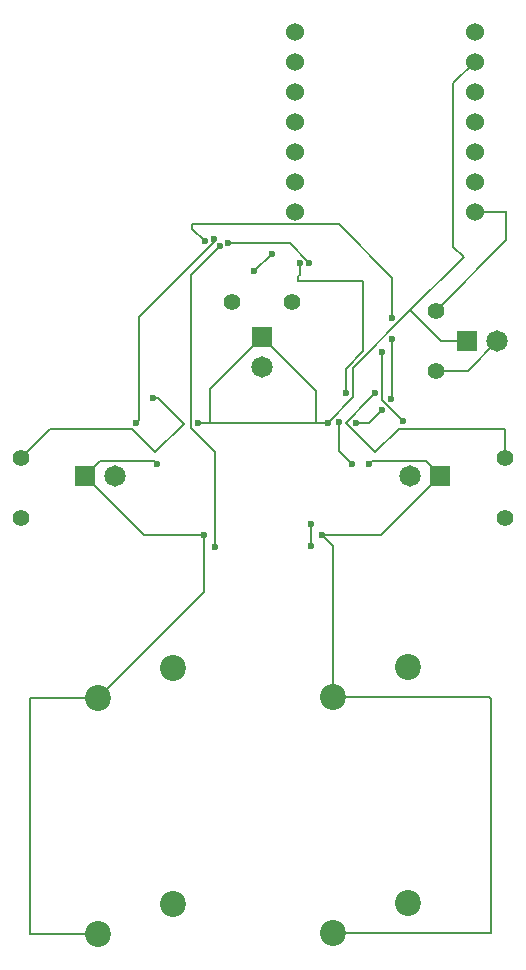
<source format=gbr>
%TF.GenerationSoftware,KiCad,Pcbnew,9.0.2*%
%TF.CreationDate,2025-06-30T11:25:01-04:00*%
%TF.ProjectId,magi_controller,6d616769-5f63-46f6-9e74-726f6c6c6572,rev?*%
%TF.SameCoordinates,Original*%
%TF.FileFunction,Copper,L2,Bot*%
%TF.FilePolarity,Positive*%
%FSLAX46Y46*%
G04 Gerber Fmt 4.6, Leading zero omitted, Abs format (unit mm)*
G04 Created by KiCad (PCBNEW 9.0.2) date 2025-06-30 11:25:01*
%MOMM*%
%LPD*%
G01*
G04 APERTURE LIST*
%TA.AperFunction,ComponentPad*%
%ADD10C,1.400000*%
%TD*%
%TA.AperFunction,ComponentPad*%
%ADD11C,2.200000*%
%TD*%
%TA.AperFunction,ComponentPad*%
%ADD12C,1.815000*%
%TD*%
%TA.AperFunction,ComponentPad*%
%ADD13R,1.815000X1.815000*%
%TD*%
%TA.AperFunction,ComponentPad*%
%ADD14C,1.524000*%
%TD*%
%TA.AperFunction,ViaPad*%
%ADD15C,0.600000*%
%TD*%
%TA.AperFunction,Conductor*%
%ADD16C,0.200000*%
%TD*%
G04 APERTURE END LIST*
D10*
%TO.P,R1,1*%
%TO.N,Net-(D1-PadA)*%
X209000000Y-81540000D03*
%TO.P,R1,2*%
%TO.N,led1*%
X209000000Y-76460000D03*
%TD*%
D11*
%TO.P,SW3,1,1*%
%TO.N,button3*%
X180910000Y-114250000D03*
%TO.P,SW3,2,2*%
%TO.N,GND*%
X174560000Y-116790000D03*
%TD*%
D12*
%TO.P,D1,A*%
%TO.N,Net-(D1-PadA)*%
X200960000Y-78000000D03*
D13*
%TO.P,D1,C*%
%TO.N,GND*%
X203500000Y-78000000D03*
%TD*%
D11*
%TO.P,SW1,1,1*%
%TO.N,button1*%
X180910000Y-94250000D03*
%TO.P,SW1,2,2*%
%TO.N,GND*%
X174560000Y-96790000D03*
%TD*%
%TO.P,SW2,1,1*%
%TO.N,button2*%
X200760000Y-94210000D03*
%TO.P,SW2,2,2*%
%TO.N,GND*%
X194410000Y-96750000D03*
%TD*%
D10*
%TO.P,R4,1*%
%TO.N,Net-(D4-PadA)*%
X203160000Y-69090000D03*
%TO.P,R4,2*%
%TO.N,led4*%
X203160000Y-64010000D03*
%TD*%
D12*
%TO.P,D2,A*%
%TO.N,Net-(D2-PadA)*%
X188441291Y-68770000D03*
D13*
%TO.P,D2,C*%
%TO.N,GND*%
X188441291Y-66230000D03*
%TD*%
D10*
%TO.P,R2,1*%
%TO.N,Net-(D2-PadA)*%
X185901291Y-63270000D03*
%TO.P,R2,2*%
%TO.N,led2*%
X190981291Y-63270000D03*
%TD*%
%TO.P,R3,1*%
%TO.N,Net-(D3-PadA)*%
X168000000Y-81580000D03*
%TO.P,R3,2*%
%TO.N,led3*%
X168000000Y-76500000D03*
%TD*%
D14*
%TO.P,U1,1,GPIO26/ADC0/A0*%
%TO.N,button1*%
X191200000Y-40400000D03*
%TO.P,U1,2,GPIO27/ADC1/A1*%
%TO.N,button2*%
X191200000Y-42940000D03*
%TO.P,U1,3,GPIO28/ADC2/A2*%
%TO.N,button3*%
X191200000Y-45480000D03*
%TO.P,U1,4,GPIO29/ADC3/A3*%
%TO.N,button4*%
X191200000Y-48020000D03*
%TO.P,U1,5,GPIO6/SDA*%
%TO.N,led1*%
X191200000Y-50560000D03*
%TO.P,U1,6,GPIO7/SCL*%
%TO.N,led2*%
X191200000Y-53100000D03*
%TO.P,U1,7,GPIO0/TX*%
%TO.N,led3*%
X191200000Y-55640000D03*
%TO.P,U1,8,GPIO1/RX*%
%TO.N,led4*%
X206440000Y-55640000D03*
%TO.P,U1,9,GPIO2/SCK*%
%TO.N,unconnected-(U1-GPIO2{slash}SCK-Pad9)*%
X206440000Y-53100000D03*
%TO.P,U1,10,GPIO4/MISO*%
%TO.N,unconnected-(U1-GPIO4{slash}MISO-Pad10)*%
X206440000Y-50560000D03*
%TO.P,U1,11,GPIO3/MOSI*%
%TO.N,unconnected-(U1-GPIO3{slash}MOSI-Pad11)*%
X206440000Y-48020000D03*
%TO.P,U1,12,3V3*%
%TO.N,unconnected-(U1-3V3-Pad12)*%
X206440000Y-45480000D03*
%TO.P,U1,13,GND*%
%TO.N,GND*%
X206440000Y-42940000D03*
%TO.P,U1,14,VBUS*%
%TO.N,unconnected-(U1-VBUS-Pad14)*%
X206440000Y-40400000D03*
%TD*%
D11*
%TO.P,SW4,1,1*%
%TO.N,button4*%
X200760000Y-114210000D03*
%TO.P,SW4,2,2*%
%TO.N,GND*%
X194410000Y-116750000D03*
%TD*%
D12*
%TO.P,D3,A*%
%TO.N,Net-(D3-PadA)*%
X176000000Y-78000000D03*
D13*
%TO.P,D3,C*%
%TO.N,GND*%
X173460000Y-78000000D03*
%TD*%
D12*
%TO.P,D4,A*%
%TO.N,Net-(D4-PadA)*%
X208360000Y-66602871D03*
D13*
%TO.P,D4,C*%
%TO.N,GND*%
X205820000Y-66602871D03*
%TD*%
D15*
%TO.N,GND*%
X194000000Y-73500000D03*
X197500000Y-77000000D03*
X193500000Y-83000000D03*
X179500000Y-77000000D03*
X183000000Y-73500000D03*
X183500000Y-83000000D03*
%TO.N,led1*%
X198000000Y-71000000D03*
%TO.N,led2*%
X195500000Y-71000000D03*
X191600000Y-60000000D03*
%TO.N,led3*%
X189250000Y-59220000D03*
X187769750Y-60687868D03*
X179200000Y-71400000D03*
%TO.N,button1*%
X177748744Y-73511759D03*
X184340365Y-57955859D03*
%TO.N,button2*%
X185580000Y-58310000D03*
X198600000Y-67500000D03*
X192400003Y-60000000D03*
X200370000Y-73360000D03*
%TO.N,button3*%
X184450000Y-84040000D03*
X184830039Y-58588491D03*
%TO.N,button4*%
X198555735Y-72394265D03*
X194902425Y-73446103D03*
X192560000Y-82100000D03*
X199470000Y-64680000D03*
X196349265Y-73499265D03*
X196010000Y-76990000D03*
X183565735Y-58155735D03*
X192560000Y-83910000D03*
X199434265Y-66414265D03*
X199384265Y-71525735D03*
%TD*%
D16*
%TO.N,GND*%
X194000000Y-73500000D02*
X196130000Y-71370000D01*
X196130000Y-71370000D02*
X196130000Y-68870000D01*
X196130000Y-68870000D02*
X200995000Y-64005000D01*
%TO.N,Net-(D4-PadA)*%
X208360000Y-66602871D02*
X205872871Y-69090000D01*
X205872871Y-69090000D02*
X203160000Y-69090000D01*
%TO.N,GND*%
X203592871Y-66602871D02*
X200995000Y-64005000D01*
X205820000Y-66602871D02*
X203592871Y-66602871D01*
%TO.N,led4*%
X203160000Y-64010000D02*
X209090000Y-58080000D01*
X209090000Y-58080000D02*
X209120000Y-58080000D01*
X209120000Y-58080000D02*
X209120000Y-55620000D01*
X209120000Y-55620000D02*
X209100000Y-55640000D01*
X209100000Y-55640000D02*
X206440000Y-55640000D01*
%TO.N,GND*%
X203500000Y-78000000D02*
X198500000Y-83000000D01*
X188441291Y-66230000D02*
X184000000Y-70671291D01*
X204600000Y-44780000D02*
X206440000Y-42940000D01*
X174560000Y-116790000D02*
X168821000Y-116790000D01*
X174560000Y-96790000D02*
X183500000Y-87850000D01*
X178460000Y-83000000D02*
X173460000Y-78000000D01*
X207659000Y-96750000D02*
X207809000Y-96900000D01*
X198500000Y-83000000D02*
X193500000Y-83000000D01*
X184000000Y-73500000D02*
X193000000Y-73500000D01*
X205300000Y-59700000D02*
X205500000Y-59500000D01*
X188441291Y-66230000D02*
X193000000Y-70788709D01*
X203500000Y-78000000D02*
X202291500Y-76791500D01*
X183500000Y-83000000D02*
X178460000Y-83000000D01*
X193000000Y-73500000D02*
X194000000Y-73500000D01*
X194410000Y-96750000D02*
X207659000Y-96750000D01*
X183000000Y-73500000D02*
X184000000Y-73500000D01*
X183500000Y-87850000D02*
X183500000Y-83000000D01*
X168821000Y-96790000D02*
X174560000Y-96790000D01*
X204600000Y-58600000D02*
X204600000Y-44780000D01*
X193000000Y-70788709D02*
X193000000Y-73500000D01*
X168821000Y-116790000D02*
X168821000Y-96790000D01*
X179291500Y-76791500D02*
X179500000Y-77000000D01*
X207809000Y-116750000D02*
X194410000Y-116750000D01*
X197708500Y-76791500D02*
X197500000Y-77000000D01*
X184000000Y-70671291D02*
X184000000Y-73500000D01*
X174668500Y-76791500D02*
X179291500Y-76791500D01*
X205500000Y-59500000D02*
X204600000Y-58600000D01*
X207809000Y-96900000D02*
X207809000Y-116750000D01*
X173460000Y-78000000D02*
X174668500Y-76791500D01*
X194410000Y-83910000D02*
X193500000Y-83000000D01*
X202291500Y-76791500D02*
X197708500Y-76791500D01*
X194410000Y-96750000D02*
X194410000Y-83910000D01*
%TO.N,led1*%
X198000000Y-76000000D02*
X195500000Y-73500000D01*
X195500000Y-73500000D02*
X197500000Y-71500000D01*
X209000000Y-76460000D02*
X209000000Y-74000000D01*
X200000000Y-74000000D02*
X198000000Y-76000000D01*
X209000000Y-74000000D02*
X200000000Y-74000000D01*
X197500000Y-71500000D02*
X198000000Y-71000000D01*
%TO.N,led2*%
X191600000Y-61024265D02*
X191500000Y-61124265D01*
X191600000Y-60000000D02*
X191600000Y-61024265D01*
X197000000Y-67432900D02*
X195500000Y-68932900D01*
X191500000Y-61124265D02*
X191500000Y-61500000D01*
X195500000Y-68932900D02*
X195500000Y-71000000D01*
X197000000Y-61500000D02*
X197000000Y-67432900D01*
X191500000Y-61500000D02*
X197000000Y-61500000D01*
%TO.N,led3*%
X179600000Y-71400000D02*
X179200000Y-71400000D01*
X187782132Y-60687868D02*
X189250000Y-59220000D01*
X177400000Y-74000000D02*
X179400000Y-76000000D01*
X187769750Y-60687868D02*
X187782132Y-60687868D01*
X177000000Y-74000000D02*
X177400000Y-74000000D01*
X170500000Y-74000000D02*
X177000000Y-74000000D01*
X181800000Y-73600000D02*
X179600000Y-71400000D01*
X179400000Y-76000000D02*
X181800000Y-73600000D01*
X168000000Y-76500000D02*
X170500000Y-74000000D01*
%TO.N,button1*%
X178011000Y-64559000D02*
X178011000Y-73249503D01*
X178011000Y-73249503D02*
X177748744Y-73511759D01*
X184340365Y-58229635D02*
X178011000Y-64559000D01*
X184340365Y-57955859D02*
X184340365Y-58229635D01*
%TO.N,button2*%
X190759943Y-58310000D02*
X185580000Y-58310000D01*
X192400003Y-59950060D02*
X190759943Y-58310000D01*
X200370000Y-73360000D02*
X198600000Y-71590000D01*
X192400003Y-60000000D02*
X192400003Y-59950060D01*
X198600000Y-71590000D02*
X198600000Y-67500000D01*
%TO.N,button3*%
X182399000Y-61019530D02*
X184830039Y-58588491D01*
X182399000Y-73964100D02*
X182399000Y-61019530D01*
X184450000Y-76015100D02*
X182399000Y-73964100D01*
X184450000Y-84040000D02*
X184450000Y-76015100D01*
%TO.N,button4*%
X182520000Y-56710000D02*
X182520000Y-57110000D01*
X199470000Y-61260000D02*
X194920000Y-56710000D01*
X192560000Y-83910000D02*
X192560000Y-82100000D01*
X196349265Y-73499265D02*
X197450735Y-73499265D01*
X199384265Y-71525735D02*
X199434265Y-71475735D01*
X194920000Y-56710000D02*
X182520000Y-56710000D01*
X194901861Y-73446667D02*
X194902425Y-73446103D01*
X197450735Y-73499265D02*
X198555735Y-72394265D01*
X194901861Y-75881861D02*
X194901861Y-73446667D01*
X182520000Y-57110000D02*
X183565735Y-58155735D01*
X199470000Y-64680000D02*
X199470000Y-61260000D01*
X196010000Y-76990000D02*
X194901861Y-75881861D01*
X199434265Y-71475735D02*
X199434265Y-66414265D01*
%TO.N,GND*%
X200995000Y-64005000D02*
X205300000Y-59700000D01*
%TD*%
M02*

</source>
